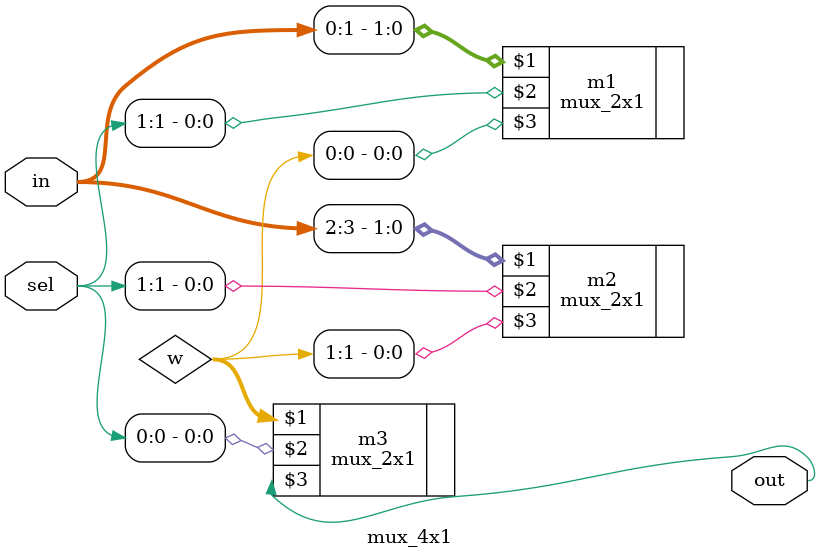
<source format=v>

module mux_4x1(input [0:3] in,input [1:0] sel,output  out);

wire [0:1] w;

mux_2x1 m1(in[0:1],sel[1],w[0]);

mux_2x1 m2(in[2:3],sel[1],w[1]);

mux_2x1 m3(w[0:1],sel[0],out);
  
endmodule

</source>
